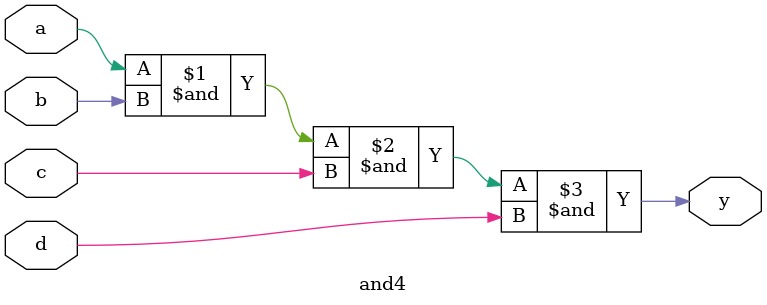
<source format=v>
module and4 (
    input wire a, b, c, d,   // Four input signals
    output wire y            // Output signal
);

assign y = a & b & c & d;   // AND all inputs together

endmodule


</source>
